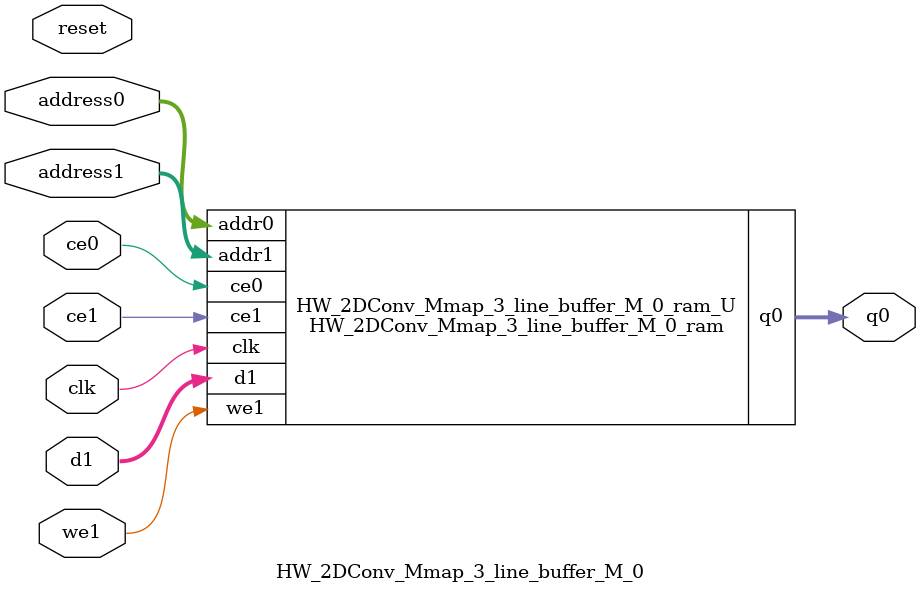
<source format=v>

`timescale 1 ns / 1 ps
module HW_2DConv_Mmap_3_line_buffer_M_0_ram (addr0, ce0, q0, addr1, ce1, d1, we1,  clk);

parameter DWIDTH = 8;
parameter AWIDTH = 9;
parameter MEM_SIZE = 482;

input[AWIDTH-1:0] addr0;
input ce0;
output reg[DWIDTH-1:0] q0;
input[AWIDTH-1:0] addr1;
input ce1;
input[DWIDTH-1:0] d1;
input we1;
input clk;

(* ram_style = "block" *)reg [DWIDTH-1:0] ram[MEM_SIZE-1:0];




always @(posedge clk)  
begin 
    if (ce0) 
    begin
            q0 <= ram[addr0];
    end
end


always @(posedge clk)  
begin 
    if (ce1) 
    begin
        if (we1) 
        begin 
            ram[addr1] <= d1; 
        end 
    end
end


endmodule


`timescale 1 ns / 1 ps
module HW_2DConv_Mmap_3_line_buffer_M_0(
    reset,
    clk,
    address0,
    ce0,
    q0,
    address1,
    ce1,
    we1,
    d1);

parameter DataWidth = 32'd8;
parameter AddressRange = 32'd482;
parameter AddressWidth = 32'd9;
input reset;
input clk;
input[AddressWidth - 1:0] address0;
input ce0;
output[DataWidth - 1:0] q0;
input[AddressWidth - 1:0] address1;
input ce1;
input we1;
input[DataWidth - 1:0] d1;




HW_2DConv_Mmap_3_line_buffer_M_0_ram HW_2DConv_Mmap_3_line_buffer_M_0_ram_U(
    .clk( clk ),
    .addr0( address0 ),
    .ce0( ce0 ),
    .q0( q0 ),
    .addr1( address1 ),
    .ce1( ce1 ),
    .d1( d1 ),
    .we1( we1 ));

endmodule


</source>
